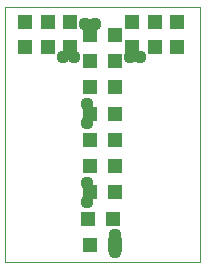
<source format=gts>
G75*
%MOIN*%
%OFA0B0*%
%FSLAX24Y24*%
%IPPOS*%
%LPD*%
%AMOC8*
5,1,8,0,0,1.08239X$1,22.5*
%
%ADD10C,0.0000*%
%ADD11R,0.0512X0.0512*%
%ADD12C,0.0437*%
D10*
X002392Y002642D02*
X002392Y011142D01*
X008892Y011142D01*
X008892Y002642D01*
X002392Y002642D01*
D11*
X005228Y003204D03*
X006055Y003204D03*
X005993Y004079D03*
X005166Y004079D03*
X005228Y004954D03*
X006055Y004954D03*
X006055Y005829D03*
X005228Y005829D03*
X005228Y006704D03*
X006055Y006704D03*
X006055Y007579D03*
X005228Y007579D03*
X005228Y008454D03*
X006055Y008454D03*
X006055Y009329D03*
X006642Y009791D03*
X006055Y010204D03*
X006642Y010618D03*
X007392Y010618D03*
X008142Y010618D03*
X008142Y009791D03*
X007392Y009791D03*
X005228Y010204D03*
X004579Y009791D03*
X005228Y009329D03*
X004579Y010618D03*
X003829Y010618D03*
X003079Y010618D03*
X003079Y009791D03*
X003829Y009791D03*
D12*
X004329Y009454D03*
X004704Y009454D03*
X005079Y010579D03*
X005392Y010579D03*
X006579Y009454D03*
X006892Y009454D03*
X005142Y007892D03*
X005142Y007267D03*
X005142Y005267D03*
X005142Y004642D03*
X006079Y003517D03*
X006079Y002954D03*
M02*

</source>
